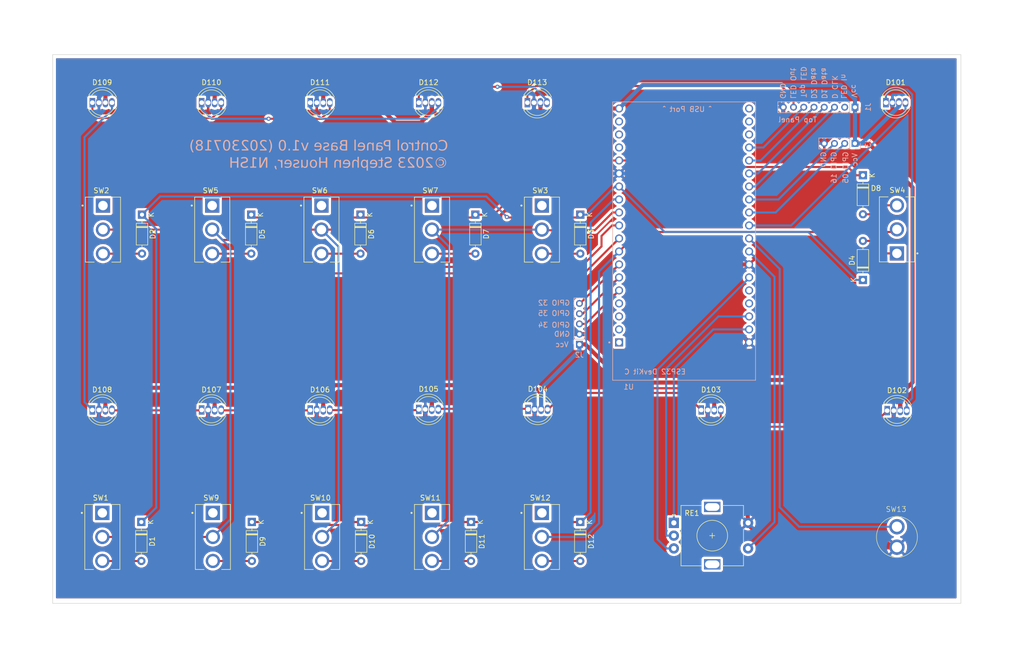
<source format=kicad_pcb>
(kicad_pcb (version 20221018) (generator pcbnew)
  (layers (0 "F.Cu" signal) (31 "B.Cu" signal) (34 "B.Paste" user) (35 "F.Paste" user) (36 "B.SilkS" user "B.Silkscreen") (37 "F.SilkS" user "F.Silkscreen") (38 "B.Mask" user) (39 "F.Mask" user) (44 "Edge.Cuts" user))
  (net 0 "")
  (net 1 "Net-(D3-A)")
  (net 2 "GND")
  (net 3 "VCC")
  (net 14 "/LED Master")
  (net 15 "/Col 0")
  (net 16 "/Col 1")
  (net 17 "/Col 2")
  (net 18 "/Col 3")
  (net 19 "/Display CLK")
  (net 20 "/Display_1 Data")
  (net 21 "/Display_2 Data")
  (net 22 "/TopLED")
  (net 23 "Net-(D101-DO)")
  (net 24 "Net-(D102-DO)")
  (net 25 "Net-(D103-DO)")
  (net 26 "Net-(D104-DO)")
  (net 27 "Net-(D105-DO)")
  (net 28 "Net-(D106-DO)")
  (net 29 "Net-(D107-DO)")
  (net 30 "Net-(D108-DO)")
  (net 31 "Net-(D109-DO)")
  (net 32 "Net-(D110-DO)")
  (net 33 "Net-(D111-DO)")
  (net 34 "Net-(D112-DO)")
  (net 35 "/LED Data")
  (net 36 "/Rotary1 A")
  (net 37 "/Rotary1 B")
  (net 38 "/Rotary1 C")
  (net 39 "/Rotary1 SW")
  (net 40 "/Row 0")
  (net 41 "/Row 1")
  (net 42 "/Row 2")
  (net 52 "/Call Button")
  (net 53 "Net-(D4-A)")
  (net 55 "Net-(D8-A)")
  (net 56 "Net-(D1-A)")
  (net 57 "Net-(D2-A)")
  (net 58 "Net-(D5-A)")
  (net 59 "Net-(D6-A)")
  (net 60 "Net-(D7-A)")
  (net 61 "Net-(D9-A)")
  (net 62 "Net-(D10-A)")
  (net 63 "Net-(D11-A)")
  (net 64 "Net-(D12-A)")
  (net 65 "/LED Data Out")
  (net 66 "/IO34")
  (net 67 "/IO35")
  (net 68 "/IO32")
  (net 69 "/IO5")
  (net 70 "/IO16")
  (footprint "LED_THT:LED_D5.0mm-4_RGB" (layer "F.Cu") (at 212.1795 49.9419)
    (fp_text reference "D101")
    (fp_text value "APA-106-F5")
  )
  (footprint "Diode_THT:D_DO-35_SOD27_P7.62mm_Horizontal" (layer "F.Cu") (at 66.753 131.905 -90)
    (fp_text reference "D1")
    (fp_text value "1N4148")
  )
  (footprint "Rotary_Encoder:RotaryEncoder_Alps_EC11E-Switch_Vertical_H20mm" (layer "F.Cu") (at 170.755 132.072)
    (fp_text reference "RE1")
    (fp_text value "RotaryEncoder_Switch")
  )
  (footprint "LED_THT:LED_D5.0mm-4_RGB" (layer "F.Cu") (at 78.5315 49.9419)
    (fp_text reference "D110")
    (fp_text value "APA-106-F5")
  )
  (footprint "LED_THT:LED_D5.0mm-4_RGB" (layer "F.Cu") (at 57.1955 49.9419)
    (fp_text reference "D109")
    (fp_text value "APA-106-F5")
  )
  (footprint "stephenhouser:SW_TOGGLE_100SP1T1B4M2QE" (layer "F.Cu") (at 214.327 74.7069 180)
    (fp_text reference "SW4")
    (fp_text value "SW_SPDT" hide)
  )
  (footprint "Diode_THT:D_DO-35_SOD27_P7.62mm_Horizontal" (layer "F.Cu") (at 152.478 131.905 -90)
    (fp_text reference "D12")
    (fp_text value "1N4148")
  )
  (footprint "stephenhouser:SW_TOGGLE_100SP1T1B4M2QE" (layer "F.Cu") (at 144.985 134.826)
    (fp_text reference "SW12")
    (fp_text value "SW_SPDT" hide)
  )
  (footprint "stephenhouser:SW_TOGGLE_100SP1T1B4M2QE" (layer "F.Cu") (at 101.932 74.755)
    (fp_text reference "SW6")
    (fp_text value "SW_SPDT" hide)
  )
  (footprint "stephenhouser:SW_TOGGLE_100SP1T1B4M2QE" (layer "F.Cu") (at 59.26 74.755)
    (fp_text reference "SW2")
    (fp_text value "SW_SPDT" hide)
  )
  (footprint "Diode_THT:D_DO-35_SOD27_P7.62mm_Horizontal" (layer "F.Cu") (at 109.552 71.835 -90)
    (fp_text reference "D6")
    (fp_text value "1N4148")
  )
  (footprint "Diode_THT:D_DO-35_SOD27_P7.62mm_Horizontal" (layer "F.Cu") (at 152.478 71.835 -90)
    (fp_text reference "D3")
    (fp_text value "1N4148")
  )
  (footprint "Diode_THT:D_DO-35_SOD27_P7.62mm_Horizontal" (layer "F.Cu") (at 88.216 71.835 -90)
    (fp_text reference "D5")
    (fp_text value "1N4148")
  )
  (footprint "stephenhouser:SW_TOGGLE_100SP1T1B4M2QE" (layer "F.Cu") (at 102.059 134.826)
    (fp_text reference "SW10")
    (fp_text value "SW_SPDT" hide)
  )
  (footprint "stephenhouser:SW_Pushbutton" (layer "F.Cu") (at 214.327 134.826)
    (fp_text reference "SW13")
    (fp_text value "SW_Push")
  )
  (footprint "stephenhouser:SW_TOGGLE_100SP1T1B4M2QE" (layer "F.Cu") (at 123.522 134.826)
    (fp_text reference "SW11")
    (fp_text value "SW_SPDT" hide)
  )
  (footprint "stephenhouser:SW_TOGGLE_100SP1T1B4M2QE" (layer "F.Cu") (at 123.522 74.755)
    (fp_text reference "SW7")
    (fp_text value "SW_SPDT" hide)
  )
  (footprint "LED_THT:LED_D5.0mm-4_RGB" (layer "F.Cu") (at 78.5265 110.0129)
    (fp_text reference "D107")
    (fp_text value "APA-106-F5")
  )
  (footprint "LED_THT:LED_D5.0mm-4_RGB" (layer "F.Cu") (at 120.9495 49.9419)
    (fp_text reference "D112")
    (fp_text value "APA-106-F5")
  )
  (footprint "Diode_THT:D_DO-35_SOD27_P7.62mm_Horizontal" (layer "F.Cu") (at 131.142 131.905 -90)
    (fp_text reference "D11")
    (fp_text value "1N4148")
  )
  (footprint "Diode_THT:D_DO-35_SOD27_P7.62mm_Horizontal" (layer "F.Cu") (at 66.88 71.835 -90)
    (fp_text reference "D2")
    (fp_text value "1N4148")
  )
  (footprint "LED_THT:LED_D5.0mm-4_RGB" (layer "F.Cu") (at 142.1585 49.9419)
    (fp_text reference "D113")
    (fp_text value "APA-106-F5")
  )
  (footprint "LED_THT:LED_D5.0mm-4_RGB" (layer "F.Cu") (at 176.105 110.0129)
    (fp_text reference "D103")
    (fp_text value "APA-106-F5")
  )
  (footprint "Diode_THT:D_DO-35_SOD27_P7.62mm_Horizontal" (layer "F.Cu") (at 207.6855 64.135 -90)
    (fp_text reference "D8")
    (fp_text value "1N4148")
  )
  (footprint "LED_THT:LED_D5.0mm-4_RGB" (layer "F.Cu") (at 212.427 110.1399)
    (fp_text reference "D102")
    (fp_text value "APA-106-F5")
  )
  (footprint "LED_THT:LED_D5.0mm-4_RGB" (layer "F.Cu") (at 99.7405 49.9419)
    (fp_text reference "D111")
    (fp_text value "APA-106-F5")
  )
  (footprint "Diode_THT:D_DO-35_SOD27_P7.62mm_Horizontal" (layer "F.Cu") (at 131.995 71.835 -90)
    (fp_text reference "D7")
    (fp_text value "1N4148")
  )
  (footprint "stephenhouser:SW_TOGGLE_100SP1T1B4M2QE" (layer "F.Cu") (at 80.596 74.755)
    (fp_text reference "SW5")
    (fp_text value "SW_SPDT" hide)
  )
  (footprint "Diode_THT:D_DO-35_SOD27_P7.62mm_Horizontal" (layer "F.Cu") (at 207.6855 84.582 90)
    (fp_text reference "D4")
    (fp_text value "1N4148")
  )
  (footprint "LED_THT:LED_D5.0mm-4_RGB" (layer "F.Cu") (at 142.2805 109.8859)
    (fp_text reference "D104")
    (fp_text value "APA-106-F5")
  )
  (footprint "Diode_THT:D_DO-35_SOD27_P7.62mm_Horizontal" (layer "F.Cu") (at 88.343 131.905 -90)
    (fp_text reference "D9")
    (fp_text value "1N4148")
  )
  (footprint "stephenhouser:SW_TOGGLE_100SP1T1B4M2QE" (layer "F.Cu") (at 80.723 134.826)
    (fp_text reference "SW9")
    (fp_text value "SW_SPDT" hide)
  )
  (footprint "stephenhouser:SW_TOGGLE_100SP1T1B4M2QE" (layer "F.Cu") (at 59.133 134.826)
    (fp_text reference "SW1")
    (fp_text value "SW_SPDT" hide)
  )
  (footprint "LED_THT:LED_D5.0mm-4_RGB" (layer "F.Cu") (at 120.9445 109.8859)
    (fp_text reference "D105")
    (fp_text value "APA-106-F5")
  )
  (footprint "stephenhouser:SW_TOGGLE_100SP1T1B4M2QE" (layer "F.Cu") (at 144.985 74.755)
    (fp_text reference "SW3")
    (fp_text value "SW_SPDT" hide)
  )
  (footprint "Diode_THT:D_DO-35_SOD27_P7.62mm_Horizontal" (layer "F.Cu") (at 109.679 131.905 -90)
    (fp_text reference "D10")
    (fp_text value "1N4148")
  )
  (footprint "LED_THT:LED_D5.0mm-4_RGB" (layer "F.Cu") (at 99.7355 110.0129)
    (fp_text reference "D106")
    (fp_text value "APA-106-F5")
  )
  (footprint "LED_THT:LED_D5.0mm-4_RGB" (layer "F.Cu") (at 57.1905 110.0129)
    (fp_text reference "D108")
    (fp_text value "APA-106-F5")
  )
  (footprint "stephenhouser:MCU_ESP32-Devkit-C-32D" (layer "B.Cu") (at 172.7605 77.0449)
    (fp_text reference "U1")
    (fp_text value "MCU_ESP32-Devkit-C-32D")
  )
  (footprint "Connector_PinHeader_2.00mm:PinHeader_1x05_P2.00mm_Vertical" (layer "B.Cu") (at 152.3135 97.186)
    (fp_text reference "J2")
    (fp_text value "Conn_01x05_Socket")
  )
  (footprint "Connector_PinHeader_2.00mm:PinHeader_1x04_P2.00mm_Vertical" (layer "B.Cu") (at 206.1285 57.913 90)
    (fp_text reference "J3")
    (fp_text value "Conn_01x04_Socket")
  )
  (footprint "Connector_PinHeader_2.00mm:PinHeader_1x08_P2.00mm_Vertical" (layer "B.Cu") (at 206.1285 50.8309 90)
    (fp_text reference "J1")
    (fp_text value "Conn_01x08_Socket")
  )
  (gr_rect (start 49.43 40.541) (end 226.824 147.808) (stroke (width 0.1)) (fill none) (layer "Edge.Cuts"))
  (gr_text "Vcc" (at 205.399474 49.022 270) (layer "B.SilkS") (effects (font (size 1 1)) (justify left bottom mirror)))
  (gr_text "Control Panel Base v1.0 (20230718)\n©2023 Stephen Houser, N1SH" (at 126.659474 62.992) (layer "B.SilkS") (effects (font (size 2 2)) (justify left bottom mirror)))
  (gr_text "GND" (at 150.535474 95.758) (layer "B.SilkS") (effects (font (size 1 1)) (justify left bottom mirror)))
  (gr_text "Vcc" (at 206.669474 59.69 90) (layer "B.SilkS") (effects (font (size 1 1)) (justify left bottom mirror)))
  (gr_text "D1 Data" (at 199.557474 49.276 270) (layer "B.SilkS") (effects (font (size 1 1)) (justify left bottom mirror)))
  (gr_text "^ USB Port ^" (at 178.221474 51.816) (layer "B.SilkS") (effects (font (size 1 1)) (justify left bottom mirror)))
  (gr_text "GPIO 05" (at 204.891474 59.436 90) (layer "B.SilkS") (effects (font (size 1 1)) (justify left bottom mirror)))
  (gr_text "GPIO 35" (at 150.535474 91.694) (layer "B.SilkS") (effects (font (size 1 1)) (justify left bottom mirror)))
  (gr_text "D2 Data" (at 197.525474 49.276 270) (layer "B.SilkS") (effects (font (size 1 1)) (justify left bottom mirror)))
  (gr_text "GPIO 16" (at 202.605474 59.436 90) (layer "B.SilkS") (effects (font (size 1 1)) (justify left bottom mirror)))
  (gr_text "LED In" (at 203.367474 49.276 270) (layer "B.SilkS") (effects (font (size 1 1)) (justify left bottom mirror)))
  (gr_text "Top LED" (at 195.493474 49.022 270) (layer "B.SilkS") (effects (font (size 1 1)) (justify left bottom mirror)))
  (gr_text "GND" (at 191.429474 49.276 -90) (layer "B.SilkS") (effects (font (size 1 1)) (justify left bottom mirror)))
  (gr_text "GPIO 32" (at 150.535474 89.662) (layer "B.SilkS") (effects (font (size 1 1)) (justify left bottom mirror)))
  (gr_text "GPIO 34" (at 150.535474 93.98) (layer "B.SilkS") (effects (font (size 1 1)) (justify left bottom mirror)))
  (gr_text "D CLK" (at 201.589474 49.276 270) (layer "B.SilkS") (effects (font (size 1 1)) (justify left bottom mirror)))
  (gr_text "Top Panel" (at 198.795474 53.848) (layer "B.SilkS") (effects (font (size 1 1)) (justify left bottom mirror)))
  (gr_text "LED Out" (at 193.461474 49.276 -90) (layer "B.SilkS") (effects (font (size 1 1)) (justify left bottom mirror)))
  (gr_text "ESP32 DevKit C" (at 173.141474 103.124) (layer "B.SilkS") (effects (font (size 1 1)) (justify left bottom mirror)))
  (gr_text "Vcc" (at 150.281474 97.79) (layer "B.SilkS") (effects (font (size 1 1)) (justify left bottom mirror)))
  (gr_text "GND" (at 200.573474 59.436 90) (layer "B.SilkS") (effects (font (size 1 1)) (justify left bottom mirror)))
  (segment (start 152.478 79.455) (end 144.985 79.455) (width 0.4) (layer "F.Cu") (net 1))
  (segment (start 185.628 131.698) (end 185.255 132.072) (width 0.8) (layer "F.Cu") (net 2))
  (segment (start 194.020274 54.356) (end 196.5715 54.356) (width 0.8) (layer "F.Cu") (net 2))
  (segment (start 213.45 50.7231) (end 213.45 51.741074) (width 0.8) (layer "F.Cu") (net 2))
  (segment (start 102.572 112.979) (end 101.006 111.413) (width 0.8) (layer "F.Cu") (net 2))
  (segment (start 122.2145 110.9355) (end 122.2145 109.8859) (width 0.8) (layer "F.Cu") (net 2))
  (segment (start 213.697 110.1399) (end 213.697 113.368474) (width 0.8) (layer "F.Cu") (net 2))
  (segment (start 185.181 119.219) (end 185.181 131.251) (width 0.8) (layer "F.Cu") (net 2))
  (segment (start 213.45 51.741074) (end 210.835074 54.356) (width 0.8) (layer "F.Cu") (net 2))
  (segment (start 213.4495 50.7226) (end 213.45 50.7231) (width 0.8) (layer "F.Cu") (net 2))
  (segment (start 203.6855 54.356) (end 200.1285 57.913) (width 0.8) (layer "F.Cu") (net 2))
  (segment (start 77.8755 113.284) (end 79.7965 111.363) (width 0.8) (layer "F.Cu") (net 2))
  (segment (start 122.214 111.286) (end 120.521 112.979) (width 0.8) (layer "F.Cu") (net 2))
  (segment (start 185.404174 96.8049) (end 182.387074 99.822) (width 0.8) (layer "F.Cu") (net 2))
  (segment (start 79.7965 110.013) (end 79.7965 111.363) (width 0.8) (layer "F.Cu") (net 2))
  (segment (start 142.305474 112.878) (end 123.806 112.878) (width 0.8) (layer "F.Cu") (net 2))
  (segment (start 213.295074 136.826) (end 214.327 136.826) (width 0.8) (layer "F.Cu") (net 2))
  (segment (start 192.1285 52.464226) (end 194.020274 54.356) (width 0.8) (layer "F.Cu") (net 2))
  (segment (start 214.327 136.826) (end 214.2978 136.8552) (width 0.8) (layer "F.Cu") (net 2))
  (segment (start 181.93 93.2743) (end 184.191 95.535) (width 0.8) (layer "F.Cu") (net 2))
  (segment (start 99.5408 112.878) (end 81.3108 112.878) (width 0.8) (layer "F.Cu") (net 2))
  (segment (start 60.5175 113.284) (end 77.8755 113.284) (width 0.8) (layer "F.Cu") (net 2))
  (segment (start 213.697 113.368474) (end 210.581074 116.4844) (width 0.8) (layer "F.Cu") (net 2))
  (segment (start 181.93 83.769074) (end 181.93 93.2743) (width 0.8) (layer "F.Cu") (net 2))
  (segment (start 123.806 112.878) (end 122.214 111.286) (width 0.8) (layer "F.Cu") (net 2))
  (segment (start 101.0059 110.0129) (end 101.006 110.013) (width 0.8) (layer "F.Cu") (net 2))
  (segment (start 210.581074 116.4844) (end 210.581074 134.112) (width 0.8) (layer "F.Cu") (net 2))
  (segment (start 214.2978 136.8552) (end 189.702274 136.8552) (width 0.8) (layer "F.Cu") (net 2))
  (segment (start 143.5505 109.8859) (end 143.5501 109.8859) (width 0.8) (layer "F.Cu") (net 2))
  (segment (start 196.5715 54.356) (end 200.1285 57.913) (width 0.8) (layer "F.Cu") (net 2))
  (segment (start 143.55 109.886) (end 143.55 111.633474) (width 0.8) (layer "F.Cu") (net 2))
  (segment (start 177.375 110.0129) (end 177.375 110.013) (width 0.8) (layer "F.Cu") (net 2))
  (segment (start 120.521 112.979) (end 102.572 112.979) (width 0.8) (layer "F.Cu") (net 2))
  (segment (start 101.006 110.013) (end 101.006 111.413) (width 0.8) (layer "F.Cu") (net 2))
  (segment (start 122.214 110.936) (end 122.214 110.586) (width 0.8) (layer "F.Cu") (net 2))
  (segment (start 185.4605 81.5649) (end 184.134174 81.5649) (width 0.8) (layer "F.Cu") (net 2))
  (segment (start 185.4605 96.8049) (end 185.404174 96.8049) (width 0.8) (layer "F.Cu") (net 2))
  (segment (start 213.45 50.7231) (end 213.45 50.6419) (width 0.8) (layer "F.Cu") (net 2))
  (segment (start 122.214 110.936) (end 122.2145 110.9355) (width 0.8) (layer "F.Cu") (net 2))
  (segment (start 184.191 95.535) (end 185.46 96.8049) (width 0.8) (layer "F.Cu") (net 2))
  (segment (start 79.7965 110.013) (end 79.7965 110.0129) (width 0.8) (layer "F.Cu") (net 2))
  (segment (start 189.702274 136.8552) (end 185.628 132.780926) (width 0.8) (layer "F.Cu") (net 2))
  (segment (start 153.488 95.186) (end 152.3135 95.186) (width 0.8) (layer "F.Cu") (net 2))
  (segment (start 177.375 111.413) (end 185.181 119.219) (width 0.8) (layer "F.Cu") (net 2))
  (segment (start 81.3108 112.878) (end 79.7965 111.363) (width 0.8) (layer "F.Cu") (net 2))
  (segment (start 122.214 111.286) (end 122.214 110.936) (width 0.8) (layer "F.Cu") (net 2))
  (segment (start 143.5501 109.8859) (end 143.55 109.886) (width 0.8) (layer "F.Cu") (net 2))
  (segment (start 158.124 99.822) (end 153.488 95.186) (width 0.8) (layer "F.Cu") (net 2))
  (segment (start 58.4605 110.013) (end 58.4605 111.227) (width 0.8) (layer "F.Cu") (net 2))
  (segment (start 210.581074 134.112) (end 213.295074 136.826) (width 0.8) (layer "F.Cu") (net 2))
  (segment (start 185.46 96.8049) (end 185.4605 96.8049) (width 0.8) (layer "F.Cu") (net 2))
  (segment (start 177.375 110.013) (end 177.375 111.413) (width 0.8) (layer "F.Cu") (net 2))
  (segment (start 58.4605 111.227) (end 60.5175 113.284) (width 0.8) (layer "F.Cu") (net 2))
  (segment (start 185.181 131.251) (end 185.628 131.698) (width 0.8) (layer "F.Cu") (net 2))
  (segment (start 210.835074 54.356) (end 203.6855 54.356) (width 0.8) (layer "F.Cu") (net 2))
  (segment (start 101.006 111.413) (end 99.5408 112.878) (width 0.8) (layer "F.Cu") (net 2))
  (segment (start 101.0055 110.0129) (end 101.0059 110.0129) (width 0.8) (layer "F.Cu") (net 2))
  (segment (start 184.134174 81.5649) (end 181.93 83.769074) (width 0.8) (layer "F.Cu") (net 2))
  (segment (start 143.55 111.633474) (end 142.305474 112.878) (width 0.8) (layer "F.Cu") (net 2))
  (segment (start 182.387074 99.822) (end 158.124 99.822) (width 0.8) (layer "F.Cu") (net 2))
  (segment (start 192.1285 50.8309) (end 192.1285 52.464226) (width 0.8) (layer "F.Cu") (net 2))
  (segment (start 81.5058 46.8376) (end 79.8015 48.5419) (width 0.8) (layer "B.Cu") (net 2))
  (segment (start 143.55 101.422) (end 149.787 95.186) (width 0.8) (layer "B.Cu") (net 2))
  (segment (start 78.1988 46.9392) (end 79.8015 48.5419) (width 0.8) (layer "B.Cu") (net 2))
  (segment (start 149.787 95.186) (end 152.3135 95.186) (width 0.8) (layer "B.Cu") (net 2))
  (segment (start 60.4163 46.9392) (end 78.1988 46.9392) (width 0.8) (layer "B.Cu") (net 2))
  (segment (start 177.375 104.8904) (end 177.375 110.0129) (width 0.8) (layer "B.Cu") (net 2))
  (segment (start 162.442574 63.7849) (end 160.0605 63.7849) (width 0.8) (layer "B.Cu") (net 2))
  (segment (start 79.8015 49.9419) (end 79.8015 48.5419) (width 0.8) (layer "B.Cu") (net 2))
  (segment (start 143.428 51.2923) (end 143.428 50.1862) (width 0.8) (layer "B.Cu") (net 2))
  (segment (start 143.4285 49.9419) (end 143.428 49.9424) (width 0.8) (layer "B.Cu") (net 2))
  (segment (start 149.976674 92.848674) (end 149.976674 69.7992) (width 0.8) (layer "B.Cu") (net 2))
  (segment (start 101.01 48.5667) (end 102.74 46.8376) (width 0.8) (layer "B.Cu") (net 2))
  (segment (start 120.466 46.8376) (end 122.22 48.5915) (width 0.8) (layer "B.Cu") (net 2))
  (segment (start 99.2814 46.8376) (end 81.5058 46.8376) (width 0.8) (layer "B.Cu") (net 2))
  (segment (start 127.574 47.1424) (end 123.669 47.1424) (width 0.8) (layer "B.Cu") (net 2))
  (segment (start 101.0105 49.9419) (end 101.01 49.9419) (width 0.8) (layer "B.Cu") (net 2))
  (segment (start 152.314 95.186) (end 149.976674 92.848674) (width 0.8) (layer "B.Cu") (net 2))
  (segment (start 143.5505 108.230374) (end 143.5505 109.8859) (width 0.8) (layer "B.Cu") (net 2))
  (segment (start 101.01 48.5667) (end 99.2814 46.8376) (width 0.8) (layer "B.Cu") (net 2))
  (segment (start 143.428 49.9424) (end 143.428 50.1862) (width 0.8) (layer "B.Cu") (net 2))
  (segment (start 133.467 53.0352) (end 127.574 47.1424) (width 0.8) (layer "B.Cu") (net 2))
  (segment (start 123.669 47.1424) (end 122.22 48.5915) (width 0.8) (layer "B.Cu") (net 2))
  (segment (start 143.55 101.422) (end 143.55 108.229874) (width 0.8) (layer "B.Cu") (net 2))
  (segment (start 160.06 63.7849) (end 151.126 63.7849) (width 0.8) (layer "B.Cu") (net 2))
  (segment (start 141.686 53.0352) (end 133.467 53.0352) (width 0.8) (layer "B.Cu") (net 2))
  (segment (start 102.74 46.8376) (end 120.466 46.8376) (width 0.8) (layer "B.Cu") (net 2))
  (segment (start 149.976674 69.7992) (end 151.126 68.649874) (width 0.8) (layer "B.Cu") (net 2))
  (segment (start 177.967474 48.26) (end 162.442574 63.7849) (width 0.8) (layer "B.Cu") (net 2))
  (segment (start 189.5576 48.26) (end 192.1285 50.8309) (width 0.8) (layer "B.Cu") (net 2))
  (segment (start 122.2195 49.9419) (end 122.22 49.9419) (width 0.8) (layer "B.Cu") (net 2))
  (segment (start 143.428 51.2923) (end 141.686 53.0352) (width 0.8) (layer "B.Cu") (net 2))
  (segment (start 101.01 49.9419) (end 101.01 48.5667) (width 0.8) (layer "B.Cu") (net 2))
  (segment (start 58.4655 49.9419) (end 58.4655 48.89) (width 0.8) (layer "B.Cu") (net 2))
  (segment (start 152.3135 95.186) (end 152.314 95.186) (width 0.8) (layer "B.Cu") (net 2))
  (segment (start 122.22 49.9419) (end 122.22 48.5915) (width 0.8) (layer "B.Cu") (net 2))
  (segment (start 143.428 51.2923) (end 151.126 58.9903) (width 0.8) (layer "B.Cu") (net 2))
  (segment (start 143.55 108.229874) (end 143.5505 108.230374) (width 0.8) (layer "B.Cu") (net 2))
  (segment (start 151.126 58.9903) (end 151.126 63.7849) (width 0.8) (layer "B.Cu") (net 2))
  (segment (start 177.967474 48.26) (end 189.5576 48.26) (width 0.8) (layer "B.Cu") (net 2))
  (segment (start 185.4605 96.8049) (end 177.375 104.8904) (width 0.8) (layer "B.Cu") (net 2))
  (segment (start 58.4655 48.89) (end 60.4163 46.9392) (width 0.8) (layer "B.Cu") (net 2))
  (segment (start 151.126 68.649874) (end 151.126 63.7849) (width 0.8) (layer "B.Cu") (net 2))
  (segment (start 81.0715 47.122026) (end 81.0715 48.5419) (width 0.8) (layer "F.Cu") (net 3))
  (segment (start 81.0665 107.314974) (end 81.0665 108.613) (width 0.8) (layer "F.Cu") (net 3))
  (segment (start 214.967 107.018474) (end 214.967 110.1399) (width 0.8) (layer "F.Cu") (net 3))
  (segment (start 102.276 110.013) (end 102.276 109.6635) (width 0.8) (layer "F.Cu") (net 3))
  (segment (start 59.7355 48.5344) (end 62.5499 45.72) (width 0.8) (layer "F.Cu") (net 3))
  (segment (start 123.484 109.398) (end 123.484 109.52) (width 0.8) (layer "F.Cu") (net 3))
  (segment (start 102.276 109.313) (end 102.276 109.314) (width 0.8) (layer "F.Cu") (net 3))
  (segment (start 102.276 109.314) (end 102.276 109.6635) (width 0.8) (layer "F.Cu") (net 3))
  (segment (start 123.49 50.9547) (end 123.4895 50.9542) (width 0.8) (layer "F.Cu") (net 3))
  (segment (start 214.967 107.357526) (end 214.967 110.1399) (width 0.8) (layer "F.Cu") (net 3))
  (segment (start 123.49 51.2923) (end 123.49 51.683474) (width 0.8) (layer "F.Cu") (net 3))
  (segment (start 178.645 107.096263) (end 178.645 108.613) (width 0.8) (layer "F.Cu") (net 3))
  (segment (start 155.584574 51.0849) (end 152.821474 53.848) (width 0.8) (layer "F.Cu") (net 3))
  (segment (start 102.28 48.5419) (end 102.28 47.502526) (width 0.8) (layer "F.Cu") (net 3))
  (segment (start 124.881474 105.156) (end 123.484 106.553474) (width 0.8) (layer "F.Cu") (net 3))
  (segment (start 153.488 97.186) (end 160.95 104.648) (width 0.8) (layer "F.Cu") (net 3))
  (segment (start 143.169474 105.156) (end 124.881474 105.156) (width 0.8) (layer "F.Cu") (net 3))
  (segment (start 144.6985 49.9419) (end 144.6985 50.6414) (width 0.8) (layer "F.Cu") (net 3))
  (segment (start 116.3474 53.848) (end 108.2194 45.72) (width 0.8) (layer "F.Cu") (net 3))
  (segment (start 102.276 109.314) (end 102.276 109.313) (width 0.8) (layer "F.Cu") (net 3))
  (segment (start 81.0715 49.9419) (end 81.0715 48.5419) (width 0.8) (layer "F.Cu") (net 3))
  (segment (start 178.645 107.434737) (end 181.939737 104.14) (width 0.8) (layer "F.Cu") (net 3))
  (segment (start 79.669474 45.72) (end 81.0715 47.122026) (width 0.8) (layer "F.Cu") (net 3))
  (segment (start 61.381474 105.664) (end 79.161474 105.664) (width 0.8) (layer "F.Cu") (net 3))
  (segment (start 121.833474 105.156) (end 123.484 106.806526) (width 0.8) (layer "F.Cu") (net 3))
  (segment (start 62.5499 45.72) (end 79.669474 45.72) (width 0.8) (layer "F.Cu") (net 3))
  (segment (start 123.49 50.9547) (end 123.49 50.6171) (width 0.8) (layer "F.Cu") (net 3))
  (segment (start 160.0605 51.0849) (end 155.584574 51.0849) (width 0.8) (layer "F.Cu") (net 3))
  (segment (start 123.484 108.483) (end 123.484 109.398) (width 0.8) (layer "F.Cu") (net 3))
  (segment (start 123.484 109.52) (end 123.4845 109.5205) (width 0.8) (layer "F.Cu") (net 3))
  (segment (start 102.276 109.313) (end 102.276 108.613) (width 0.8) (layer "F.Cu") (net 3))
  (segment (start 102.276 109.6635) (end 102.276 109.314) (width 0.8) (layer "F.Cu") (net 3))
  (segment (start 126.0457 53.848) (end 142.680687 53.848) (width 0.8) (layer "F.Cu") (net 3))
  (segment (start 217.388274 104.5972) (end 214.967 107.018474) (width 0.8) (layer "F.Cu") (net 3))
  (segment (start 208.804074 57.913) (end 217.388274 66.4972) (width 0.8) (layer "F.Cu") (net 3))
  (segment (start 59.7305 107.314974) (end 61.381474 105.664) (width 0.8) (layer "F.Cu") (net 3))
  (segment (start 144.6985 50.6414) (end 144.698 50.6419) (width 0.8) (layer "F.Cu") (net 3))
  (segment (start 123.49 51.2923) (end 126.0457 53.848) (width 0.8) (layer "F.Cu") (net 3))
  (segment (start 123.4845 109.5205) (end 123.4845 109.8859) (width 0.8) (layer "F.Cu") (net 3))
  (segment (start 102.276 106.934526) (end 101.005474 105.664) (width 0.8) (layer "F.Cu") (net 3))
  (segment (start 83.8934 45.72) (end 81.0715 48.5419) (width 0.8) (layer "F.Cu") (net 3))
  (segment (start 100.497474 45.72) (end 83.8934 45.72) (width 0.8) (layer "F.Cu") (net 3))
  (segment (start 102.28 48.5419) (end 102.28 49.2419) (width 0.8) (layer "F.Cu") (net 3))
  (segment (start 152.3135 97.186) (end 153.488 97.186) (width 0.8) (layer "F.Cu") (net 3))
  (segment (start 176.196737 104.648) (end 178.645 107.096263) (width 0.8) (layer "F.Cu") (net 3))
  (segment (start 178.645 110.0129) (end 178.645 108.613) (width 0.8) (layer "F.Cu") (net 3))
  (segment (start 123.484 109.52) (end 123.484 109.642) (width 0.8) (layer "F.Cu") (net 3))
  (segment (start 102.2805 49.9419) (end 102.28 49.9414) (width 0.8) (layer "F.Cu") (net 3))
  (segment (start 144.698 51.3419) (end 144.698 50.6419) (width 0.8) (layer "F.Cu") (net 3))
  (segment (start 144.82 109.528) (end 144.82 106.806526) (width 0.8) (layer "F.Cu") (net 3))
  (segment (start 123.484 106.806526) (end 123.484 108.483) (width 0.8) (layer "F.Cu") (net 3))
  (segment (start 102.28 49.9414) (end 102.28 49.2419) (width 0.8) (layer "F.Cu") (net 3))
  (segment (start 105.1019 45.72) (end 102.28 48.5419) (width 0.8) (layer "F.Cu") (net 3))
  (segment (start 211.749474 104.14) (end 214.967 107.357526) (width 0.8) (layer "F.Cu") (net 3))
  (segment (start 102.28 47.502526) (end 100.497474 45.72) (width 0.8) (layer "F.Cu") (net 3))
  (segment (start 59.7305 110.0129) (end 59.7305 107.314974) (width 0.8) (layer "F.Cu") (net 3))
  (segment (start 108.2194 45.72) (end 105.1019 45.72) (width 0.8) (layer "F.Cu") (net 3))
  (segment (start 121.325474 53.848) (end 116.3474 53.848) (width 0.8) (layer "F.Cu") (net 3))
  (segment (start 144.82 106.806526) (end 143.169474 105.156) (width 0.8) (layer "F.Cu") (net 3))
  (segment (start 160.95 104.648) (end 176.196737 104.648) (width 0.8) (layer "F.Cu") (net 3))
  (segment (start 147.2041 53.848) (end 144.698 51.3419) (width 0.8) (layer "F.Cu") (net 3))
  (segment (start 102.276 108.613) (end 102.276 106.934526) (width 0.8) (layer "F.Cu") (net 3))
  (segment (start 82.717474 105.664) (end 81.0665 107.314974) (width 0.8) (layer "F.Cu") (net 3))
  (segment (start 81.0665 107.569026) (end 81.0665 108.613) (width 0.8) (layer "F.Cu") (net 3))
  (segment (start 81.0665 110.0129) (end 81.0665 108.613) (width 0.8) (layer "F.Cu") (net 3))
  (segment (start 123.484 106.553474) (end 123.484 108.483) (width 0.8) (layer "F.Cu") (net 3))
  (segment (start 144.698 51.830687) (end 144.698 51.3419) (width 0.8) (layer "F.Cu") (net 3))
  (segment (start 102.276 108.613) (end 102.276 107.441474) (width 0.8) (layer "F.Cu") (net 3))
  (segment (start 217.388274 66.4972) (end 217.388274 104.5972) (width 0.8) (layer "F.Cu") (net 3))
  (segment (start 101.005474 105.664) (end 82.717474 105.664) (width 0.8) (layer "F.Cu") (net 3))
  (segment (start 123.49 51.683474) (end 121.325474 53.848) (width 0.8) (layer "F.Cu") (net 3))
  (segment (start 152.821474 53.848) (end 147.2041 53.848) (width 0.8) (layer "F.Cu") (net 3))
  (segment (start 104.561474 105.156) (end 121.833474 105.156) (width 0.8) (layer "F.Cu") (net 3))
  (segment (start 142.680687 53.848) (end 144.698 51.830687) (width 0.8) (layer "F.Cu") (net 3))
  (segment (start 206.1285 57.913) (end 208.804074 57.913) (width 0.8) (layer "F.Cu") (net 3))
  (segment (start 102.276 109.6635) (end 102.276 110.013) (width 0.8) (layer "F.Cu") (net 3))
  (segment (start 181.939737 104.14) (end 211.749474 104.14) (width 0.8) (layer "F.Cu") (net 3))
  (segment (start 79.161474 105.664) (end 81.0665 107.569026) (width 0.8) (layer "F.Cu") (net 3))
  (segment (start 102.2755 109.664) (end 102.2755 110.0129) (width 0.8) (layer "F.Cu") (net 3))
  (segment (start 123.4895 50.9542) (end 123.4895 49.9419) (width 0.8) (layer "F.Cu") (net 3))
  (segment (start 102.276 109.6635) (end 102.2755 109.664) (width 0.8) (layer "F.Cu") (net 3))
  (segment (start 59.7355 49.9419) (end 59.7355 48.5344) (width 0.8) (layer "F.Cu") (net 3))
  (segment (start 178.645 108.613) (end 178.645 107.434737) (width 0.8) (layer "F.Cu") (net 3))
  (segment (start 123.49 51.2923) (end 123.49 50.9547) (width 0.8) (layer "F.Cu") (net 3))
  (segment (start 123.484 108.483) (end 123.484 109.398) (width 0.8) (layer "F.Cu") (net 3))
  (segment (start 102.276 107.441474) (end 104.561474 105.156) (width 0.8) (layer "F.Cu") (net 3))
  (segment (start 160.06 51.0849) (end 161.989 49.1558) (width 0.8) (layer "B.Cu") (net 3))
  (segment (start 207.448532 57.913) (end 214.7195 50.642032) (width 0.8) (layer "B.Cu") (net 3))
  (segment (start 152.3135 97.186) (end 152.314 97.1865) (width 0.8) (layer "B.Cu") (net 3))
  (segment (start 161.989 49.1558) (end 160.06 51.0847) (width 0.8) (layer "B.Cu") (net 3))
  (segment (start 160.0605 51.0849) (end 160.06 51.0849) (width 0.8) (layer "B.Cu") (net 3))
  (segment (start 206.1285 49.293826) (end 206.1285 50.8309) (width 0.8) (layer "B.Cu") (net 3))
  (segment (start 144.82 105.854) (end 152.314 98.361) (width 0.8) (layer "B.Cu") (net 3))
  (segment (start 206.1285 57.913) (end 207.448532 57.913) (width 0.8) (layer "B.Cu") (net 3))
  (segment (start 144.82 109.3859) (end 144.82 107.934) (width 0.8) (layer "B.Cu") (net 3))
  (segment (start 160.06 51.0847) (end 160.06 51.0849) (width 0.8) (layer "B.Cu") (net 3))
  (segment (start 152.314 97.1865) (end 152.314 97.7735) (width 0.8) (layer "B.Cu") (net 3))
  (segment (start 203.316674 46.482) (end 206.1285 49.293826) (width 0.8) (layer "B.Cu") (net 3))
  (segment (start 144.82 107.934) (end 144.82 109.3859) (width 0.8) (layer "B.Cu") (net 3))
  (segment (start 144.82 109.3859) (end 144.8205 109.3864) (width 0.8) (layer "B.Cu") (net 3))
  (segment (start 214.7195 50.642032) (end 214.7195 49.9419) (width 0.8) (layer "B.Cu") (net 3))
  (segment (start 164.6628 46.482) (end 203.316674 46.482) (width 0.8) (layer "B.Cu") (net 3))
  (segment (start 161.989 49.1558) (end 164.6628 46.482) (width 0.8) (layer "B.Cu") (net 3))
  (segment (start 144.82 107.934) (end 144.82 105.854) (width 0.8) (layer "B.Cu") (net 3))
  (segment (start 152.314 98.361) (end 152.314 97.7735) (width 0.8) (layer "B.Cu") (net 3))
  (segment (start 206.1285 57.913) (end 206.1285 50.8309) (width 0.8) (layer "B.Cu") (net 3))
  (segment (start 193.669792 73.9449) (end 215.9895 51.625192) (width 0.4) (layer "B.Cu") (net 14))
  (segment (start 185.4605 73.9449) (end 193.669792 73.9449) (width 0.4) (layer "B.Cu") (net 14))
  (segment (start 215.9895 51.625192) (end 215.9895 49.9419) (width 0.4) (layer "B.Cu") (net 14))
  (segment (start 80.723 134.826) (end 59.133 134.826) (width 0.4) (layer "F.Cu") (net 15))
  (segment (start 88.711887 76.7588) (end 95.265087 83.312) (width 0.4) (layer "F.Cu") (net 15))
  (segment (start 159.231 77.3148) (end 160.06 76.4849) (width 0.4) (layer "F.Cu") (net 15))
  (segment (start 153.2328 83.312) (end 159.23 77.3148) (width 0.4) (layer "F.Cu") (net 15))
  (segment (start 82.5998 76.7588) (end 88.711887 76.7588) (width 0.4) (layer "F.Cu") (net 15))
  (segment (start 159.23 77.3148) (end 159.231 77.3148) (width 0.4) (layer "F.Cu") (net 15))
  (segment (start 95.265087 83.312) (end 153.2328 83.312) (width 0.4) (layer "F.Cu") (net 15))
  (segment (start 160.06 76.4849) (end 159.23 77.3148) (width 0.4) (layer "F.Cu") (net 15))
  (segment (start 80.596 74.755) (end 82.5998 76.7588) (width 0.4) (layer "F.Cu") (net 15))
  (segment (start 160.0605 76.4849) (end 160.06 76.4849) (width 0.4) (layer "F.Cu") (net 15))
  (segment (start 84.1399 131.409) (end 84.1399 78.2989) (width 0.4) (layer "B.Cu") (net 15))
  (segment (start 80.723 134.826) (end 84.1399 131.409) (width 0.4) (layer "B.Cu") (net 15))
  (segment (start 84.1399 78.2989) (end 80.596 74.755) (width 0.4) (layer "B.Cu") (net 15))
  (segment (start 85.3365 74.755) (end 101.932 74.755) (width 0.4) (layer "F.Cu") (net 16))
  (segment (start 106.62 74.755) (end 101.932 74.755) (width 0.4) (layer "F.Cu") (net 16))
  (segment (start 83.0731 72.4916) (end 85.3365 74.755) (width 0.4) (layer "F.Cu") (net 16))
  (segment (start 152.6182 82.042) (end 113.907 82.042) (width 0.4) (layer "F.Cu") (net 16))
  (segment (start 72.9681 74.755) (end 75.2315 72.4916) (width 0.4) (layer "F.Cu") (net 16))
  (segment (start 156.631474 75.996426) (end 156.631474 78.028726) (width 0.4) (layer "F.Cu") (net 16))
  (segment (start 59.26 74.755) (end 72.9681 74.755) (width 0.4) (layer "F.Cu") (net 16))
  (segment (start 158.683 73.9449) (end 156.631474 75.996426) (width 0.4) (layer "F.Cu") (net 16))
  (segment (start 156.631474 78.028726) (end 152.6182 82.042) (width 0.4) (layer "F.Cu") (net 16))
  (segment (start 113.907 82.042) (end 106.62 74.755) (width 0.4) (layer "F.Cu") (net 16))
  (segment (start 160.0605 73.9449) (end 158.683 73.9449) (width 0.4) (layer "F.Cu") (net 16))
  (segment (start 75.2315 72.4916) (end 83.0731 72.4916) (width 0.4) (layer "F.Cu") (net 16))
  (segment (start 102.059 134.826) (end 105.273 131.612) (width 0.4) (layer "B.Cu") (net 16))
  (segment (start 105.273 78.0957) (end 101.932 74.755) (width 0.4) (layer "B.Cu") (net 16))
  (segment (start 105.273 131.612) (end 105.273 78.0957) (width 0.4) (layer "B.Cu") (net 16))
  (segment (start 160.06 71.4049) (end 158.785 71.4049) (width 0.4) (layer "F.Cu") (net 17))
  (segment (start 145.109 74.8792) (end 144.985 74.755) (width 0.4) (layer "F.Cu") (net 17))
  (segment (start 160.06 71.4049) (end 160.0605 71.4049) (width 0.4) (layer "F.Cu") (net 17))
  (segment (start 155.311 74.8792) (end 145.109 74.8792) (width 0.4) (layer "F.Cu") (net 17))
  (segment (start 158.785 71.4049) (end 155.311 74.8792) (width 0.4) (layer "F.Cu") (net 17))
  (segment (start 125.758 76.991) (end 126.863 78.0957) (width 0.4) (layer "B.Cu") (net 17))
  (segment (start 126.863 78.0957) (end 126.863 131.485) (width 0.4) (layer "B.Cu") (net 17))
  (segment (start 123.522 74.755) (end 125.758 76.991) (width 0.4) (layer "B.Cu") (net 17))
  (segment (start 144.985 74.755) (end 123.522 74.755) (width 0.4) (layer "B.Cu") (net 17))
  (segment (start 126.863 131.485) (end 123.522 134.826) (width 0.4) (layer "B.Cu") (net 17))
  (segment (start 213.819 75.2149) (end 163.87 75.2149) (width 0.4) (layer "F.Cu") (net 18))
  (segment (start 214.327 74.7069) (end 213.819 75.2149) (width 0.4) (layer "F.Cu") (net 18))
  (segment (start 163.87 75.2149) (end 160.06 79.0244) (width 0.4) (layer "F.Cu") (net 18))
  (segment (start 160.06 79.0244) (end 160.0605 79.0249) (width 0.4) (layer "F.Cu") (net 18))
  (segment (start 153.479074 134.826) (end 156.142 132.163074) (width 0.4) (layer "B.Cu") (net 18))
  (segment (start 160.06 79.0249) (end 159.23 79.8548) (width 0.4) (layer "B.Cu") (net 18))
  (segment (start 159.231 79.8548) (end 160.06 79.0249) (width 0.4) (layer "B.Cu") (net 18))
  (segment (start 160.0605 79.0249) (end 160.06 79.0249) (width 0.4) (layer "B.Cu") (net 18))
  (segment (start 159.23 79.8548) (end 159.231 79.8548) (width 0.4) (layer "B.Cu") (net 18))
  (segment (start 144.985 134.826) (end 153.479074 134.826) (width 0.4) (layer "B.Cu") (net 18))
  (segment (start 156.142 82.9429) (end 159.23 79.8548) (width 0.4) (layer "B.Cu") (net 18))
  (segment (start 156.142 132.163074) (end 156.142 82.9429) (width 0.4) (layer "B.Cu") (net 18))
  (segment (start 185.4605 66.3249) (end 186.634 66.3249) (width 0.4) (layer "B.Cu") (net 19))
  (segment (start 202.1285 50.8309) (end 202.1282 50.8309) (width 0.4) (layer "B.Cu") (net 19))
  (segment (start 202.1282 50.8309) (end 201.516 51.4431) (width 0.4) (layer "B.Cu") (net 19))
  (segment (start 186.634 66.3249) (end 201.516 51.4431) (width 0.4) (layer "B.Cu") (net 19))
  (segment (start 187.174 63.7849) (end 199.516 51.4431) (width 0.4) (layer "B.Cu") (net 20))
  (segment (start 185.4605 63.7849) (end 187.174 63.7849) (width 0.4) (layer "B.Cu") (net 20))
  (segment (start 200.1285 50.8309) (end 200.1282 50.8309) (width 0.4) (layer "B.Cu") (net 20))
  (segment (start 200.1282 50.8309) (end 199.516 51.4431) (width 0.4) (layer "B.Cu") (net 20))
  (segment (start 187.714 61.2449) (end 197.516 51.4431) (width 0.4) (layer "B.Cu") (net 21))
  (segment (start 198.1285 50.8309) (end 198.1282 50.8309) (width 0.4) (layer "B.Cu") (net 21))
  (segment (start 185.4605 61.2449) (end 187.714 61.2449) (width 0.4) (layer "B.Cu") (net 21))
  (segment (start 198.1282 50.8309) (end 197.516 51.4431) (width 0.4) (layer "B.Cu") (net 21))
  (segment (start 196.1285 50.8309) (end 196.1282 50.8309) (width 0.4) (layer "B.Cu") (net 22))
  (segment (start 185.4605 58.7049) (end 188.254 58.7049) (width 0.4) (layer "B.Cu") (net 22))
  (segment (start 196.1282 50.8309) (end 195.516 51.4431) (width 0.4) (layer "B.Cu") (net 22))
  (segment (start 188.254 58.7049) (end 195.516 51.4431) (width 0.4) (layer "B.Cu") (net 22))
  (segment (start 217.286674 107.690326) (end 217.286674 48.310874) (width 0.4) (layer "B.Cu") (net 23))
  (segment (start 216.3722 47.3964) (end 213.121437 47.3964) (width 0.4) (layer "B.Cu") (net 23))
  (segment (start 216.237 108.74) (end 217.286674 107.690326) (width 0.4) (layer "B.Cu") (net 23))
  (segment (start 212.1795 48.338337) (end 212.1795 49.9419) (width 0.4) (layer "B.Cu") (net 23))
  (segment (start 216.237 110.1399) (end 216.237 108.74) (width 0.4) (layer "B.Cu") (net 23))
  (segment (start 217.286674 48.310874) (end 216.3722 47.3964) (width 0.4) (layer "B.Cu") (net 23))
  (segment (start 213.121437 47.3964) (end 212.1795 48.338337) (width 0.4) (layer "B.Cu") (net 23))
  (segment (start 179.915 111.413) (end 179.915 110.013) (width 0.4) (layer "F.Cu") (net 24))
  (segment (start 181.786 113.284) (end 179.915 111.413) (width 0.4) (layer "F.Cu") (net 24))
  (segment (start 209.283 113.284) (end 181.786 113.284) (width 0.4) (layer "F.Cu") (net 24))
  (segment (start 212.427 110.14) (end 209.283 113.284) (width 0.4) (layer "F.Cu") (net 24))
  (segment (start 149.423 106.68) (end 172.772 106.68) (width 0.4) (layer "F.Cu") (net 25))
  (segment (start 146.154 109.949) (end 149.423 106.68) (width 0.4) (layer "F.Cu") (net 25))
  (segment (start 172.772 106.68) (end 174.438 108.346) (width 0.4) (layer "F.Cu") (net 25))
  (segment (start 174.438 108.346) (end 176.105 110.013) (width 0.4) (layer "F.Cu") (net 25))
  (segment (start 124.862 109.779) (end 124.835 109.8055) (width 0.4) (layer "F.Cu") (net 26))
  (segment (start 124.835 109.8055) (end 124.808 109.832) (width 0.4) (layer "F.Cu") (net 26))
  (segment (start 124.8349 109.8055) (end 124.7545 109.8859) (width 0.4) (layer "F.Cu") (net 26))
  (segment (start 124.835 109.8055) (end 124.8349 109.8055) (width 0.4) (layer "F.Cu") (net 26))
  (segment (start 142.046 109.779) (end 124.862 109.779) (width 0.4) (layer "F.Cu") (net 26))
  (segment (start 120.798 110.033) (end 103.565 110.033) (width 0.4) (layer "F.Cu") (net 27))
  (segment (start 120.9445 109.8859) (end 120.871 109.9594) (width 0.4) (layer "F.Cu") (net 27))
  (segment (start 120.871 109.9594) (end 120.871 109.96) (width 0.4) (layer "F.Cu") (net 27))
  (segment (start 120.871 109.96) (end 120.798 110.033) (width 0.4) (layer "F.Cu") (net 27))
  (segment (start 99.7355 110.013) (end 99.6648 110.084) (width 0.4) (layer "F.Cu") (net 28))
  (segment (start 99.6648 110.084) (end 82.4072 110.084) (width 0.4) (layer "F.Cu") (net 28))
  (segment (start 99.7355 110.013) (end 99.7355 110.0129) (width 0.4) (layer "F.Cu") (net 28))
  (segment (start 61.0712 110.084) (end 78.4558 110.084) (width 0.4) (layer "F.Cu") (net 29))
  (segment (start 56.4158 109.2382) (end 56.4158 109.238) (width 0.4) (layer "B.Cu") (net 30))
  (segment (start 61.0055 49.9419) (end 61.0055 51.3419) (width 0.4) (layer "B.Cu") (net 30))
  (segment (start 61.0055 51.3419) (end 55.6411 56.7063) (width 0.4) (layer "B.Cu") (net 30))
  (segment (start 57.1905 110.0129) (end 56.4158 109.2382) (width 0.4) (layer "B.Cu") (net 30))
  (segment (start 55.6411 108.463) (end 56.4158 109.238) (width 0.4) (layer "B.Cu") (net 30))
  (segment (start 55.6411 56.7063) (end 55.6411 108.463) (width 0.4) (layer "B.Cu") (net 30))
  (segment (start 57.1955 51.694026) (end 58.435074 52.9336) (width 0.4) (layer "F.Cu") (net 31))
  (segment (start 82.3415 51.175974) (end 82.3415 49.9419) (width 0.4) (layer "F.Cu") (net 31))
  (segment (start 80.583874 52.9336) (end 82.3415 51.175974) (width 0.4) (layer "F.Cu") (net 31))
  (segment (start 58.435074 52.9336) (end 80.583874 52.9336) (width 0.4) (layer "F.Cu") (net 31))
  (segment (start 57.1955 49.9419) (end 57.1955 51.694026) (width 0.4) (layer "F.Cu") (net 31))
  (segment (start 101.86911 53.086) (end 103.55 51.40511) (width 0.4) (layer "F.Cu") (net 32))
  (segment (start 103.55 51.40511) (end 103.55 50.7341) (width 0.4) (layer "F.Cu") (net 32))
  (segment (start 91.607474 53.086) (end 101.86911 53.086) (width 0.4) (layer "F.Cu") (net 32))
  (segment (start 103.55 50.7341) (end 103.5505 50.7336) (width 0.4) (layer "F.Cu") (net 32))
  (segment (start 103.55 50.7341) (end 103.55 50.47) (width 0.4) (layer "F.Cu") (net 32))
  (segment (start 103.5505 50.7336) (end 103.5505 49.9419) (width 0.4) (layer "F.Cu") (net 32))
  (via (at 91.607474 53.086) (size 0.8) (drill 0.4) (layers "F.Cu" "B.Cu") (net 32))
  (segment (start 78.5315 51.1352) (end 78.5315 49.9419) (width 0.4) (layer "B.Cu") (net 32))
  (segment (start 80.4823 53.086) (end 78.5315 51.1352) (width 0.4) (layer "B.Cu") (net 32))
  (segment (start 91.607474 53.086) (end 80.4823 53.086) (width 0.4) (layer "B.Cu") (net 32))
  (segment (start 124.76 50.6007) (end 124.76 50.3811) (width 0.4) (layer "B.Cu") (net 33))
  (segment (start 99.7405 50.9066) (end 101.92 53.086) (width 0.4) (layer "B.Cu") (net 33))
  (segment (start 124.76 50.8204) (end 124.76 50.6007) (width 0.4) (layer "B.Cu") (net 33))
  (segment (start 122.494 53.086) (end 124.76 50.8204) (width 0.4) (layer "B.Cu") (net 33))
  (segment (start 124.76 50.6007) (end 124.7595 50.6002) (width 0.4) (layer "B.Cu") (net 33))
  (segment (start 99.7405 49.9419) (end 99.7405 50.9066) (width 0.4) (layer "B.Cu") (net 33))
  (segment (start 101.92 53.086) (end 122.494 53.086) (width 0.4) (layer "B.Cu") (net 33))
  (segment (start 124.7595 50.6002) (end 124.7595 49.9419) (width 0.4) (layer "B.Cu") (net 33))
  (segment (start 120.9495 49.3058) (end 120.9495 49.9419) (width 0.4) (layer "F.Cu") (net 34))
  (segment (start 120.95 47.848189) (end 120.95 49.3053) (width 0.4) (layer "F.Cu") (net 34))
  (segment (start 136.294 46.8376) (end 121.960589 46.8376) (width 0.4) (layer "F.Cu") (net 34))
  (segment (start 120.95 49.3053) (end 120.95 49.5175) (width 0.4) (layer "F.Cu") (net 34))
  (segment (start 120.95 49.3053) (end 120.9495 49.3058) (width 0.4) (layer "F.Cu") (net 34))
  (segment (start 121.960589 46.8376) (end 120.95 47.848189) (width 0.4) (layer "F.Cu") (net 34))
  (via (at 136.294 46.8376) (size 0.8) (drill 0.4) (layers "F.Cu" "B.Cu") (net 34))
  (segment (start 145.968 49.5757) (end 145.9685 49.5762) (width 0.4) (layer "B.Cu") (net 34))
  (segment (start 145.9685 49.5762) (end 145.9685 49.9419) (width 0.4) (layer "B.Cu") (net 34))
  (segment (start 145.968 49.5757) (end 145.968 49.6976) (width 0.4) (layer "B.Cu") (net 34))
  (segment (start 143.352 46.8376) (end 145.968 49.4539) (width 0.4) (layer "B.Cu") (net 34))
  (segment (start 145.968 49.4539) (end 145.968 49.5757) (width 0.4) (layer "B.Cu") (net 34))
  (segment (start 136.294 46.8376) (end 143.352 46.8376) (width 0.4) (layer "B.Cu") (net 34))
  (segment (start 143.819602 46.6852) (end 142.158 48.346802) (width 0.4) (layer "F.Cu") (net 35))
  (segment (start 142.158 49.5759) (end 142.1585 49.5764) (width 0.4) (layer "F.Cu") (net 35))
  (segment (start 194.1285 50.8309) (end 194.1285 49.079426) (width 0.4) (layer "F.Cu") (net 35))
  (segment (start 194.1285 49.079426) (end 191.734274 46.6852) (width 0.4) (layer "F.Cu") (net 35))
  (segment (start 142.158 48.346802) (end 142.158 49.5759) (width 0.4) (layer "F.Cu") (net 35))
  (segment (start 142.158 49.5759) (end 142.158 49.6979) (width 0.4) (layer "F.Cu") (net 35))
  (segment (start 191.734274 46.6852) (end 143.819602 46.6852) (width 0.4) (layer "F.Cu") (net 35))
  (segment (start 142.1585 49.5764) (end 142.1585 49.9419) (width 0.4) (layer "F.Cu") (net 35))
  (segment (start 178.444574 94.2649) (end 185.4605 94.2649) (width 0.4) (layer "B.Cu") (net 36))
  (segment (start 170.755 101.954474) (end 178.444574 94.2649) (width 0.4) (layer "B.Cu") (net 36))
  (segment (start 170.755 132.072) (end 170.755 101.954474) (width 0.4) (layer "B.Cu") (net 36))
  (segment (start 185.4605 84.200974) (end 185.4605 84.1049) (width 0.4) (layer "B.Cu") (net 37))
  (segment (start 170.755 137.072) (end 169.340787 137.072) (width 0.4) (layer "B.Cu") (net 37))
  (segment (start 167.553474 102.108) (end 185.4605 84.200974) (width 0.4) (layer "B.Cu") (net 37))
  (segment (start 167.553474 135.284687) (end 167.553474 102.108) (width 0.4) (layer "B.Cu") (net 37))
  (segment (start 169.340787 137.072) (end 167.553474 135.284687) (width 0.4) (layer "B.Cu") (net 37))
  (segment (start 169.255 101.930474) (end 179.460574 91.7249) (width 0.4) (layer "B.Cu") (net 38))
  (segment (start 169.255 134.486213) (end 169.255 101.930474) (width 0.4) (layer "B.Cu") (net 38))
  (segment (start 169.340787 134.572) (end 169.255 134.486213) (width 0.4) (layer "B.Cu") (net 38))
  (segment (start 179.460574 91.7249) (end 185.4605 91.7249) (width 0.4) (layer "B.Cu") (net 38))
  (segment (start 170.755 134.572) (end 169.340787 134.572) (width 0.4) (layer "B.Cu") (net 38))
  (segment (start 185.255 137.072) (end 190.413474 131.913526) (width 0.4) (layer "B.Cu") (net 39))
  (segment (start 190.413474 83.977874) (end 185.4605 79.0249) (width 0.4) (layer "B.Cu") (net 39))
  (segment (start 190.413474 131.913526) (end 190.413474 83.977874) (width 0.4) (layer "B.Cu") (net 39))
  (segment (start 138.140274 72.2884) (end 138.241874 72.39) (width 0.4) (layer "F.Cu") (net 40))
  (segment (start 138.241874 72.39) (end 151.923 72.39) (width 0.4) (layer "F.Cu") (net 40))
  (segment (start 151.923 72.39) (end 152.478 71.835) (width 0.4) (layer "F.Cu") (net 40))
  (via (at 138.140274 72.2884) (size 0.8) (drill 0.4) (layers "F.Cu" "B.Cu") (net 40))
  (segment (start 66.88 71.835) (end 66.88 71.843326) (width 0.4) (layer "B.Cu") (net 40))
  (segment (start 160.0605 66.3249) (end 160.06 66.3249) (width 0.4) (layer "B.Cu") (net 40))
  (segment (start 160.06 66.3249) (end 168.9191 75.184) (width 0.4) (layer "B.Cu") (net 40))
  (segment (start 138.140274 72.2884) (end 134.119374 68.2675) (width 0.4) (layer "B.Cu") (net 40))
  (segment (start 66.88 71.843326) (end 69.6619 74.625226) (width 0.4) (layer "B.Cu") (net 40))
  (segment (start 159.288 66.3249) (end 160.06 66.3249) (width 0.4) (layer "B.Cu") (net 40))
  (segment (start 196.988 75.184) (end 206.386 84.582) (width 0.4) (layer "B.Cu") (net 40))
  (segment (start 66.839674 131.905) (end 66.753 131.905) (width 0.4) (layer "B.Cu") (net 40))
  (segment (start 103.7195 68.2675) (end 70.4475 68.2675) (width 0.4) (layer "B.Cu") (net 40))
  (segment (start 103.778 68.326) (end 103.7195 68.2675) (width 0.4) (layer "B.Cu") (net 40))
  (segment (start 152.478 71.835) (end 153.778 71.835) (width 0.4) (layer "B.Cu") (net 40))
  (segment (start 153.778 71.835) (end 159.288 66.3249) (width 0.4) (layer "B.Cu") (net 40))
  (segment (start 134.119374 68.2675) (end 121.793 68.2675) (width 0.4) (layer "B.Cu") (net 40))
  (segment (start 121.793 68.2675) (end 121.7345 68.326) (width 0.4) (layer "B.Cu") (net 40))
  (segment (start 121.7345 68.326) (end 103.778 68.326) (width 0.4) (layer "B.Cu") (net 40))
  (segment (start 206.386 84.582) (end 207.6855 84.582) (width 0.4) (layer "B.Cu") (net 40))
  (segment (start 168.9191 75.184) (end 196.988 75.184) (width 0.4) (layer "B.Cu") (net 40))
  (segment (start 70.4475 68.2675) (end 66.88 71.835) (width 0.4) (layer "B.Cu") (net 40))
  (segment (start 69.6619 129.082774) (end 66.839674 131.905) (width 0.4) (layer "B.Cu") (net 40))
  (segment (start 69.6619 74.625226) (end 69.6619 129.082774) (width 0.4) (layer "B.Cu") (net 40))
  (segment (start 131.4405 72.39) (end 110.1075 72.39) (width 0.4) (layer "F.Cu") (net 41))
  (segment (start 160.06 61.2449) (end 167.584374 61.2449) (width 0.4) (layer "F.Cu") (net 41))
  (segment (start 160.06 61.2449) (end 160.0605 61.2449) (width 0.4) (layer "F.Cu") (net 41))
  (segment (start 108.9965 72.39) (end 88.771 72.39) (width 0.4) (layer "F.Cu") (net 41))
  (segment (start 88.771 72.39) (end 88.2735 71.8925) (width 0.4) (layer "F.Cu") (net 41))
  (segment (start 204.765 62.5149) (end 206.386 64.135) (width 0.4) (layer "F.Cu") (net 41))
  (segment (start 168.854374 62.5149) (end 204.765 62.5149) (width 0.4) (layer "F.Cu") (net 41))
  (segment (start 109.494 71.8925) (end 108.9965 72.39) (width 0.4) (layer "F.Cu") (net 41))
  (segment (start 131.938 71.8925) (end 131.4405 72.39) (width 0.4) (layer "F.Cu") (net 41))
  (segment (start 135.596474 71.835) (end 146.186574 61.2449) (width 0.4) (layer "F.Cu") (net 41))
  (segment (start 167.584374 61.2449) (end 168.854374 62.5149) (width 0.4) (layer "F.Cu") (net 41))
  (segment (start 110.1075 72.39) (end 109.61 71.8925) (width 0.4) (layer "F.Cu") (net 41))
  (segment (start 146.186574 61.2449) (end 160.06 61.2449) (width 0.4) (layer "F.Cu") (net 41))
  (segment (start 206.386 64.135) (end 207.6855 64.135) (width 0.4) (layer "F.Cu") (net 41))
  (segment (start 131.995 71.835) (end 135.596474 71.835) (width 0.4) (layer "F.Cu") (net 41))
  (segment (start 152.478 131.905) (end 151.178 131.905) (width 0.4) (layer "F.Cu") (net 42))
  (segment (start 129.842 131.905) (end 131.142 131.905) (width 0.4) (layer "F.Cu") (net 42))
  (segment (start 150.343 132.74) (end 133.277 132.74) (width 0.4) (layer "F.Cu") (net 42))
  (segment (start 90.2244 132.4864) (end 89.643 131.905) (width 0.4) (layer "F.Cu") (net 42))
  (segment (start 109.679 131.905) (end 110.362 132.588) (width 0.4) (layer "F.Cu") (net 42))
  (segment (start 132.442 131.905) (end 131.142 131.905) (width 0.4) (layer "F.Cu") (net 42))
  (segment (start 151.178 131.905) (end 150.343 132.74) (width 0.4) (layer "F.Cu") (net 42))
  (segment (start 107.7976 132.4864) (end 90.2244 132.4864) (width 0.4) (layer "F.Cu") (net 42))
  (segment (start 129.159 132.588) (end 129.842 131.905) (width 0.4) (layer "F.Cu") (net 42))
  (segment (start 109.029 131.905) (end 108.379 131.905) (width 0.4) (layer "F.Cu") (net 42))
  (segment (start 89.643 131.905) (end 88.343 131.905) (width 0.4) (layer "F.Cu") (net 42))
  (segment (start 133.277 132.74) (end 132.442 131.905) (width 0.4) (layer "F.Cu") (net 42))
  (segment (start 108.379 131.905) (end 107.7976 132.4864) (width 0.4) (layer "F.Cu") (net 42))
  (segment (start 110.362 132.588) (end 129.159 132.588) (width 0.4) (layer "F.Cu") (net 42))
  (segment (start 154.497874 130.048) (end 154.497874 73.3552) (width 0.4) (layer "B.Cu") (net 42))
  (segment (start 154.497874 73.3552) (end 159.019074 68.834) (width 0.4) (layer "B.Cu") (net 42))
  (segment (start 159.019074 68.834) (end 160.0296 68.834) (width 0.4) (layer "B.Cu") (net 42))
  (segment (start 160.0605 68.8649) (end 160.06 68.8649) (width 0.4) (layer "B.Cu") (net 42))
  (segment (start 160.0296 68.834) (end 160.0605 68.8649) (width 0.4) (layer "B.Cu") (net 42))
  (segment (start 152.732 131.813874) (end 154.497874 130.048) (width 0.4) (layer "B.Cu") (net 42))
  (segment (start 195.223474 132.826) (end 191.429474 129.032) (width 0.4) (layer "B.Cu") (net 52))
  (segment (start 191.429474 82.453874) (end 185.4605 76.4849) (width 0.4) (layer "B.Cu") (net 52))
  (segment (start 191.429474 129.032) (end 191.429474 82.453874) (width 0.4) (layer "B.Cu") (net 52))
  (segment (start 214.327 132.826) (end 195.223474 132.826) (width 0.4) (layer "B.Cu") (net 52))
  (segment (start 211.43 79.4069) (end 214.327 79.4069) (width 0.4) (layer "F.Cu") (net 53))
  (segment (start 208.986 76.962) (end 211.43 79.4069) (width 0.4) (layer "F.Cu") (net 53))
  (segment (start 207.686 76.962) (end 207.6855 76.962) (width 0.4) (layer "F.Cu") (net 53))
  (segment (start 207.686 76.962) (end 208.986 76.962) (width 0.4) (layer "F.Cu") (net 53))
  (segment (start 208.986 71.755) (end 210.734 70.0069) (width 0.4) (layer "F.Cu") (net 55))
  (segment (start 207.686 71.755) (end 208.986 71.755) (width 0.4) (layer "F.Cu") (net 55))
  (segment (start 207.686 71.755) (end 207.6855 71.755) (width 0.4) (layer "F.Cu") (net 55))
  (segment (start 210.734 70.0069) (end 214.327 70.0069) (width 0.4) (layer "F.Cu") (net 55))
  (segment (start 66.753 139.525) (end 65.453 139.525) (width 0.4) (layer "F.Cu") (net 56))
  (segment (start 65.452 139.526) (end 59.133 139.526) (width 0.4) (layer "F.Cu") (net 56))
  (segment (start 65.453 139.525) (end 65.452 139.526) (width 0.4) (layer "F.Cu") (net 56))
  (segment (start 59.26 79.455) (end 66.88 79.455) (width 0.4) (layer "F.Cu") (net 57))
  (segment (start 80.596 79.455) (end 88.216 79.455) (width 0.4) (layer "F.Cu") (net 58))
  (segment (start 101.932 79.455) (end 109.552 79.455) (width 0.4) (layer "F.Cu") (net 59))
  (segment (start 123.522 79.455) (end 131.995 79.455) (width 0.4) (layer "F.Cu") (net 60))
  (segment (start 87.042 139.526) (end 80.723 139.526) (width 0.4) (layer "F.Cu") (net 61))
  (segment (start 87.043 139.525) (end 87.042 139.526) (width 0.4) (layer "F.Cu") (net 61))
  (segment (start 88.343 139.525) (end 87.043 139.525) (width 0.4) (layer "F.Cu") (net 61))
  (segment (start 109.679 139.525) (end 108.379 139.525) (width 0.4) (layer "F.Cu") (net 62))
  (segment (start 108.379 139.525) (end 108.378 139.526) (width 0.4) (layer "F.Cu") (net 62))
  (segment (start 108.378 139.526) (end 102.059 139.526) (width 0.4) (layer "F.Cu") (net 62))
  (segment (start 131.142 139.525) (end 129.842 139.525) (width 0.4) (layer "F.Cu") (net 63))
  (segment (start 129.841 139.526) (end 123.522 139.526) (width 0.4) (layer "F.Cu") (net 63))
  (segment (start 129.842 139.525) (end 129.841 139.526) (width 0.4) (layer "F.Cu") (net 63))
  (segment (start 144.986 139.525) (end 144.985 139.526) (width 0.4) (layer "F.Cu") (net 64))
  (segment (start 152.478 139.525) (end 144.986 139.525) (width 0.4) (layer "F.Cu") (net 64))
  (segment (start 160.06 86.6449) (end 159.23 87.4748) (width 0.4) (layer "F.Cu") (net 66))
  (segment (start 159.23 87.4748) (end 159.231 87.4748) (width 0.4) (layer "F.Cu") (net 66))
  (segment (start 160.0605 86.6449) (end 160.06 86.6449) (width 0.4) (layer "F.Cu") (net 66))
  (segment (start 153.519 93.186) (end 159.23 87.4748) (width 0.4) (layer "F.Cu") (net 66))
  (segment (start 159.231 87.4748) (end 160.06 86.6449) (width 0.4) (layer "F.Cu") (net 66))
  (segment (start 152.314 93.186) (end 153.519 93.186) (width 0.4) (layer "F.Cu") (net 66))
  (segment (start 152.3135 93.186) (end 152.314 93.186) (width 0.4) (layer "F.Cu") (net 66))
  (segment (start 152.3135 91.186) (end 152.9788 91.186) (width 0.4) (layer "F.Cu") (net 67))
  (segment (start 159.231 84.9348) (end 160.06 84.1049) (width 0.4) (layer "F.Cu") (net 67))
  (segment (start 160.0605 84.1049) (end 160.06 84.1049) (width 0.4) (layer "F.Cu") (net 67))
  (segment (start 160.06 84.1049) (end 159.23 84.9348) (width 0.4) (layer "F.Cu") (net 67))
  (segment (start 152.9788 91.186) (end 159.23 84.9348) (width 0.4) (layer "F.Cu") (net 67))
  (segment (start 159.23 84.9348) (end 159.231 84.9348) (width 0.4) (layer "F.Cu") (net 67))
  (segment (start 152.3135 89.186) (end 152.4388 89.186) (width 0.4) (layer "F.Cu") (net 68))
  (segment (start 159.23 82.3948) (end 159.231 82.3948) (width 0.4) (layer "F.Cu") (net 68))
  (segment (start 160.0605 81.5649) (end 160.06 81.5649) (width 0.4) (layer "F.Cu") (net 68))
  (segment (start 159.231 82.3948) (end 160.06 81.5649) (width 0.4) (layer "F.Cu") (net 68))
  (segment (start 160.06 81.5649) (end 159.23 82.3948) (width 0.4) (layer "F.Cu") (net 68))
  (segment (start 152.4388 89.186) (end 159.23 82.3948) (width 0.4) (layer "F.Cu") (net 68))
  (segment (start 185.4605 71.4049) (end 190.6366 71.4049) (width 0.4) (layer "B.Cu") (net 69))
  (segment (start 190.6366 71.4049) (end 204.1285 57.913) (width 0.4) (layer "B.Cu") (net 69))
  (segment (start 191.1766 68.8649) (end 202.1285 57.913) (width 0.4) (layer "B.Cu") (net 70))
  (segment (start 185.4605 68.8649) (end 191.1766 68.8649) (width 0.4) (layer "B.Cu") (net 70))
  (zone (net 2) (net_name "GND") (layer "F.Cu") (connect_pads (clearance 0.5)) (min_thickness 0.25) (fill yes (thermal_gap 0.5) (thermal_bridge_width 0.5))
    (polygon (pts (xy 50.078474 146.812) (xy 50.078474 41.275) (xy 225.973474 41.275) (xy 225.973474 146.812)))
  )
  (zone (net 2) (net_name "GND") (layer "B.Cu") (connect_pads (clearance 0.5)) (min_thickness 0.25) (fill yes (thermal_gap 0.5) (thermal_bridge_width 0.5))
    (polygon (pts (xy 50.078474 146.812) (xy 50.078474 41.275) (xy 225.973474 41.275) (xy 225.973474 146.812)))
  )
)
</source>
